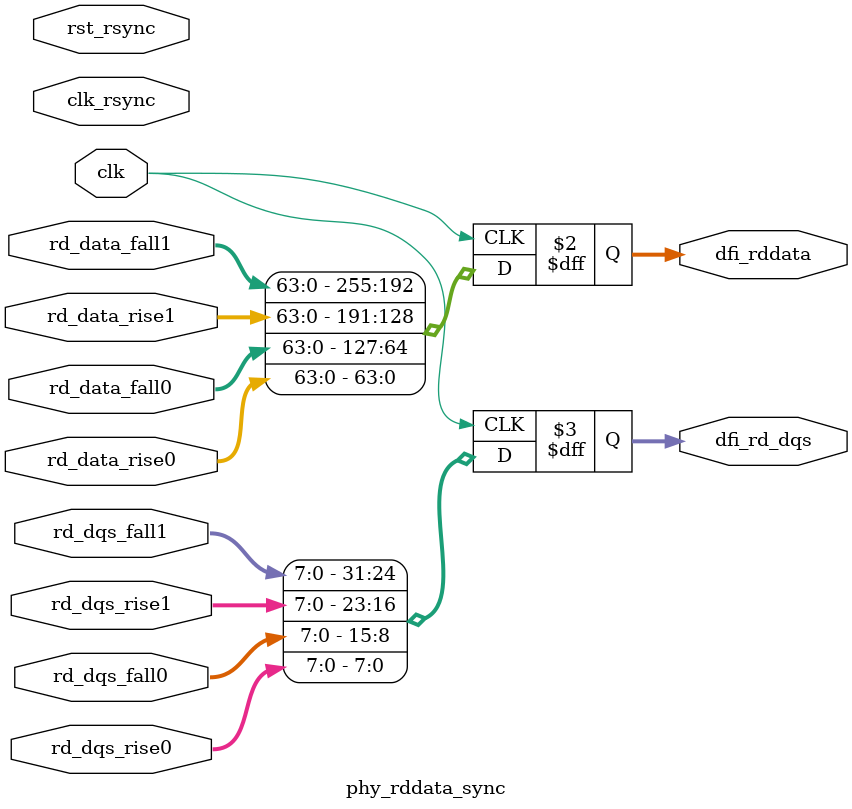
<source format=v>

/******************************************************************************
**$Id: phy_rddata_sync.v,v 1.1.2.1 2010/10/27 17:40:43 mishra Exp $
**$Date: 2010/10/27 17:40:43 $
**$Author: mishra $
**$Revision: 1.1.2.1 $
**$Source: /devl/xcs/repo/env/Databases/ip/src2/M/mig_v3_61/data/dlib/virtex6/ddr3_sdram/verilog/rtl/phy/Attic/phy_rddata_sync.v,v $
******************************************************************************/

`timescale 1ps/1ps


module phy_rddata_sync #
  (
   parameter TCQ             = 100,     // clk->out delay (sim only)
   parameter DQ_WIDTH        = 64,      // # of DQ (data)
   parameter DQS_WIDTH       = 8,       // # of DQS (strobe)
   parameter DRAM_WIDTH      = 8,       // # of DQ per DQS
   parameter nDQS_COL0       = 4,       // # DQS groups in I/O column #1
   parameter nDQS_COL1       = 4,       // # DQS groups in I/O column #2
   parameter nDQS_COL2       = 4,       // # DQS groups in I/O column #3
   parameter nDQS_COL3       = 4,       // # DQS groups in I/O column #4
   parameter DQS_LOC_COL0    = 32'h03020100,          // DQS grps in col #1
   parameter DQS_LOC_COL1    = 32'h07060504,          // DQS grps in col #2
   parameter DQS_LOC_COL2    = 0,                     // DQS grps in col #3
   parameter DQS_LOC_COL3    = 0                      // DQS grps in col #4
   )
  (
   input                        clk,
   input [3:0]                  clk_rsync,
   input [3:0]                  rst_rsync,
   // Captured data in resync clock domain
   input [DQ_WIDTH-1:0]         rd_data_rise0,
   input [DQ_WIDTH-1:0]         rd_data_fall0,
   input [DQ_WIDTH-1:0]         rd_data_rise1,
   input [DQ_WIDTH-1:0]         rd_data_fall1,
   input [DQS_WIDTH-1:0]        rd_dqs_rise0,
   input [DQS_WIDTH-1:0]        rd_dqs_fall0,
   input [DQS_WIDTH-1:0]        rd_dqs_rise1,
   input [DQS_WIDTH-1:0]        rd_dqs_fall1,
   // Synchronized data/valid back to MC/PHY rdlvl logic
   output reg [4*DQ_WIDTH-1:0]  dfi_rddata,
   output reg [4*DQS_WIDTH-1:0] dfi_rd_dqs
   );


  //***************************************************************************

  // Pipeline stage only required if timing not met otherwise
  always @(posedge clk) begin
    dfi_rddata <= #TCQ {rd_data_fall1,
                        rd_data_rise1,
                        rd_data_fall0,
                        rd_data_rise0};
    dfi_rd_dqs <= #TCQ {rd_dqs_fall1,
                        rd_dqs_rise1,
                        rd_dqs_fall0,
                        rd_dqs_rise0};
   end

endmodule

</source>
